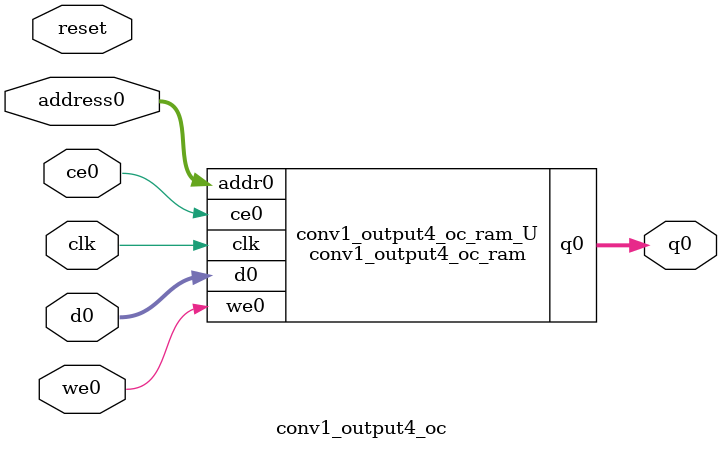
<source format=v>

`timescale 1 ns / 1 ps
module conv1_output4_oc_ram (addr0, ce0, d0, we0, q0,  clk);

parameter DWIDTH = 32;
parameter AWIDTH = 9;
parameter MEM_SIZE = 400;

input[AWIDTH-1:0] addr0;
input ce0;
input[DWIDTH-1:0] d0;
input we0;
output reg[DWIDTH-1:0] q0;
input clk;

(* ram_style = "block" *)reg [DWIDTH-1:0] ram[0:MEM_SIZE-1];




always @(posedge clk)  
begin 
    if (ce0) 
    begin
        if (we0) 
        begin 
            ram[addr0] <= d0; 
            q0 <= d0;
        end 
        else 
            q0 <= ram[addr0];
    end
end


endmodule


`timescale 1 ns / 1 ps
module conv1_output4_oc(
    reset,
    clk,
    address0,
    ce0,
    we0,
    d0,
    q0);

parameter DataWidth = 32'd32;
parameter AddressRange = 32'd400;
parameter AddressWidth = 32'd9;
input reset;
input clk;
input[AddressWidth - 1:0] address0;
input ce0;
input we0;
input[DataWidth - 1:0] d0;
output[DataWidth - 1:0] q0;



conv1_output4_oc_ram conv1_output4_oc_ram_U(
    .clk( clk ),
    .addr0( address0 ),
    .ce0( ce0 ),
    .we0( we0 ),
    .d0( d0 ),
    .q0( q0 ));

endmodule


</source>
